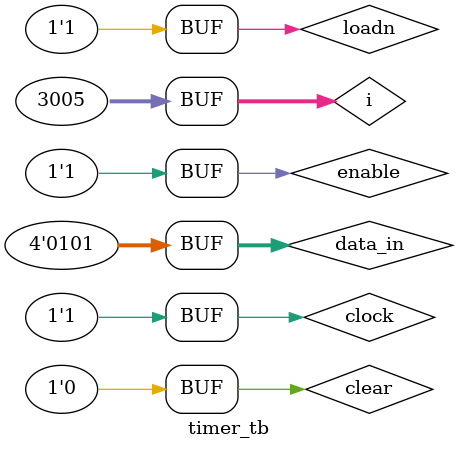
<source format=v>
`timescale 1us/1ps
module timer_tb ();

    reg [3:0] data_in;
    reg loadn, clear, clock, enable;

    integer i;

    timer DUT(.data(data_in), .loadn(loadn), .clock(clock),
    .clearn(clear), .en(enable));

    initial begin
        $dumpfile("timer_tb.vcd");
        $dumpvars(0,timer_tb);
        
        for(i = 0; i < 3005; i = i+1) begin
            #5000 clock <= ~clock;
        end
    end


    initial begin
        loadn = 0;
        clear = 0;
        clock = 1;
        enable = 1;
        data_in = 4'd5;
        #16000;
        loadn = 1;
        #100000;
        clear = 1;
        #8000;
        clear = 0;
    end
    
endmodule
</source>
